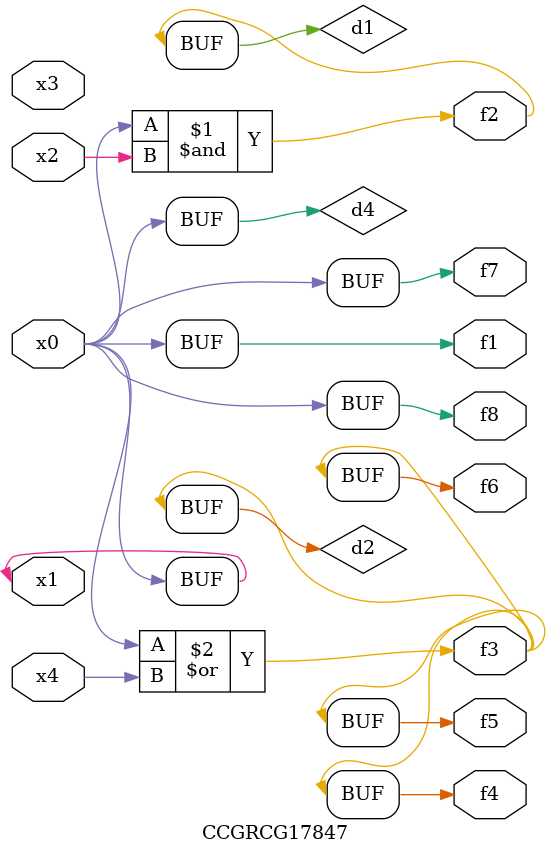
<source format=v>
module CCGRCG17847(
	input x0, x1, x2, x3, x4,
	output f1, f2, f3, f4, f5, f6, f7, f8
);

	wire d1, d2, d3, d4;

	and (d1, x0, x2);
	or (d2, x0, x4);
	nand (d3, x0, x2);
	buf (d4, x0, x1);
	assign f1 = d4;
	assign f2 = d1;
	assign f3 = d2;
	assign f4 = d2;
	assign f5 = d2;
	assign f6 = d2;
	assign f7 = d4;
	assign f8 = d4;
endmodule

</source>
